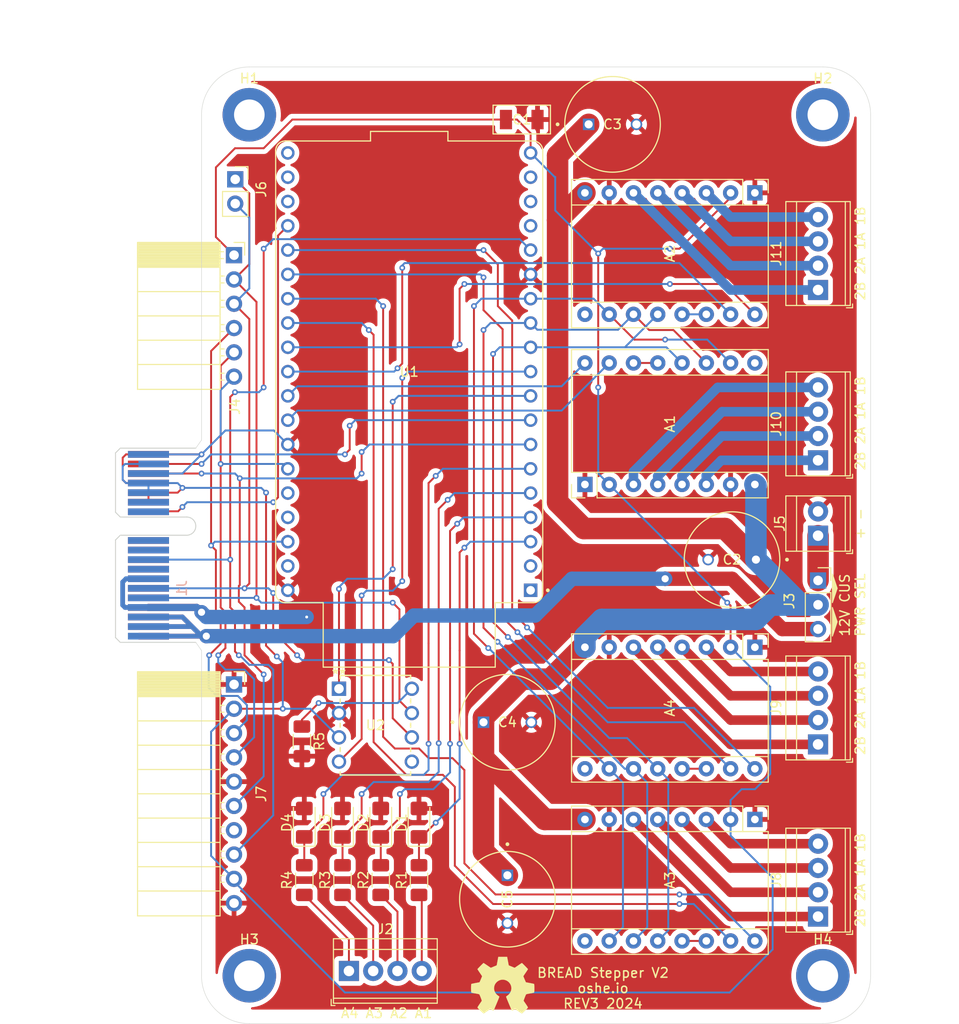
<source format=kicad_pcb>
(kicad_pcb (version 20241229) (generator "pcbnew") (generator_version "9.0")
  (layers (0 "F.Cu" signal) (2 "B.Cu" signal) (13 "F.Paste" user) (15 "B.Paste" user) (5 "F.SilkS" user "F.Silkscreen") (7 "B.SilkS" user "B.Silkscreen") (1 "F.Mask" user) (3 "B.Mask" user) (25 "Edge.Cuts" user))
  (net 0 "")
  (net 1 "/MS1")
  (net 2 "/A1_1B")
  (net 3 "GND")
  (net 4 "Net-(A1-~{RESET})")
  (net 5 "/ST_1")
  (net 6 "+5V")
  (net 7 "/DR_1")
  (net 8 "/A1_2A")
  (net 9 "/MS2")
  (net 11 "/M_POWER")
  (net 12 "/A1_2B")
  (net 13 "/A1_1A")
  (net 14 "/MS3")
  (net 15 "Net-(A2-~{RESET})")
  (net 17 "/A2_2B")
  (net 18 "/ST_2")
  (net 19 "/A2_1B")
  (net 20 "/DR_2")
  (net 21 "/A2_1A")
  (net 22 "/A2_2A")
  (net 24 "Net-(A3-~{RESET})")
  (net 25 "/ST_3")
  (net 26 "/A3_1A")
  (net 27 "/A3_1B")
  (net 28 "/A3_2B")
  (net 29 "/A3_2A")
  (net 30 "/DR_3")
  (net 31 "Net-(A4-~{RESET})")
  (net 32 "/DR_4")
  (net 33 "/A4_2A")
  (net 34 "/ST_4")
  (net 35 "/A4_2B")
  (net 36 "/A4_1B")
  (net 37 "/A4_1A")
  (net 39 "/AG_1")
  (net 40 "/AG_2")
  (net 41 "/AG_3")
  (net 42 "/AG_4")
  (net 43 "+12V")
  (net 46 "/SYNC")
  (net 49 "/Sl1Lt")
  (net 55 "/EstpCh1")
  (net 56 "/CANL")
  (net 57 "/EstpCh2")
  (net 61 "/CANH")
  (net 62 "/A_IN2")
  (net 63 "/A_IN1")
  (net 64 "/A_IN3")
  (net 65 "/A_IN4")
  (net 66 "Net-(J3-Pin_1)")
  (net 67 "/SCL")
  (net 68 "/SDA")
  (net 76 "Net-(U2-STBY)")
  (net 78 "/RX")
  (net 80 "/TX")
  (footprint "ESP32_DEVKITC_32E:MODULE_ESP32-DEVKITC-32E" (layer "F.Cu") (at 151.7275 81.87 180)
    (property "Reference" "U1")
    (property "Value" "ESP32-DEVKITC-32E")
  )
  (footprint "Resistor_SMD:R_1206_3216Metric_Pad1.30x1.75mm_HandSolder" (layer "F.Cu") (at 140.5 120.5 -90)
    (property "Reference" "R5")
    (property "Value" "1k")
  )
  (footprint "Connector_PinSocket_2.54mm:PinSocket_1x06_P2.54mm_Horizontal" (layer "F.Cu") (at 133.4 69.675)
    (property "Reference" "J4")
    (property "Value" "Conn_01x06_Socket")
  )
  (footprint "Module:Pololu_Breakout-16_15.2x20.3mm" (layer "F.Cu") (at 187.89 110.66 -90)
    (property "Reference" "A4")
    (property "Value" "Pololu_Breakout_A4988")
  )
  (footprint "EEU_FC1H101:CAPPRD500W60D1000H1250" (layer "F.Cu") (at 162 118.5)
    (property "Reference" "C4")
    (property "Value" "100uF")
  )
  (footprint "Symbol:OSHW-Symbol_6.7x6mm_SilkScreen" (layer "F.Cu") (at 161.5 146)
    (property "Reference" "Logo1" (hide yes))
    (property "Value" "Logo_Open_Hardware_Small" (hide yes))
  )
  (footprint "Resistor_SMD:R_1206_3216Metric_Pad1.30x1.75mm_HandSolder" (layer "F.Cu") (at 140.75 135 90)
    (property "Reference" "R4")
    (property "Value" "1k")
  )
  (footprint "MountingHole:MountingHole_3.2mm_M3_DIN965_Pad" (layer "F.Cu") (at 195 145)
    (property "Reference" "H4")
    (property "Value" "MountingHole")
  )
  (footprint "CC1206KKX5R8BB106:C1206" (layer "F.Cu") (at 163.5 55.5)
    (property "Reference" "C1")
    (property "Value" "10uF_t")
    (property "VALUE" "10uf" (hide yes))
  )
  (footprint "TerminalBlock_TE-Connectivity:TerminalBlock_TE_282834-4_1x04_P2.54mm_Horizontal" (layer "F.Cu") (at 194.5 91.12 90)
    (property "Reference" "J10")
    (property "Value" "Screw_Terminal_01x04" (hide yes))
  )
  (footprint "Diode_SMD:D_1206_3216Metric_Pad1.42x1.75mm_HandSolder" (layer "F.Cu") (at 140.75 129 90)
    (property "Reference" "D4")
    (property "Value" "5V")
  )
  (footprint "Diode_SMD:D_1206_3216Metric_Pad1.42x1.75mm_HandSolder" (layer "F.Cu") (at 152.75 129 90)
    (property "Reference" "D1")
    (property "Value" "5V")
  )
  (footprint "EEU_FC1H101:CAPPRD500W60D1000H1250" (layer "F.Cu") (at 173 56)
    (property "Reference" "C3")
    (property "Value" "100uF")
  )
  (footprint "TerminalBlock_TE-Connectivity:TerminalBlock_TE_282834-4_1x04_P2.54mm_Horizontal" (layer "F.Cu") (at 145.42 144.5)
    (property "Reference" "J2")
    (property "Value" "Screw_Terminal_01x04")
  )
  (footprint "Diode_SMD:D_1206_3216Metric_Pad1.42x1.75mm_HandSolder" (layer "F.Cu") (at 144.75 129 90)
    (property "Reference" "D3")
    (property "Value" "5V")
  )
  (footprint "Module:Pololu_Breakout-16_15.2x20.3mm" (layer "F.Cu") (at 187.89 128.66 -90)
    (property "Reference" "A3")
    (property "Value" "Pololu_Breakout_A4988")
  )
  (footprint "MCP2561FD_E_P:PDIP8_300MC_MCH" (layer "F.Cu") (at 144.38 115)
    (property "Reference" "U2")
    (property "Value" "MCP2561FD-E/P")
  )
  (footprint "Module:Pololu_Breakout-16_15.2x20.3mm" (layer "F.Cu") (at 170.11 93.645 90)
    (property "Reference" "A1")
    (property "Value" "Pololu_Breakout_A4988")
  )
  (footprint "TerminalBlock_TE-Connectivity:TerminalBlock_TE_282834-4_1x04_P2.54mm_Horizontal" (layer "F.Cu") (at 194.5 73.315 90)
    (property "Reference" "J11")
    (property "Value" "Screw_Terminal_01x04" (hide yes))
  )
  (footprint "Connector_PinSocket_2.54mm:PinSocket_1x10_P2.54mm_Horizontal" (layer "F.Cu") (at 133.4 114.55)
    (property "Reference" "J7")
    (property "Value" "Conn_01x10_Socket")
  )
  (footprint "MountingHole:MountingHole_3.2mm_M3_DIN965_Pad" (layer "F.Cu") (at 195 55)
    (property "Reference" "H2")
    (property "Value" "MountingHole")
  )
  (footprint "TerminalBlock_TE-Connectivity:TerminalBlock_TE_282834-4_1x04_P2.54mm_Horizontal" (layer "F.Cu") (at 194.5 138.815 90)
    (property "Reference" "J8")
    (property "Value" "Screw_Terminal_01x04" (hide yes))
  )
  (footprint "Connector_PinSocket_2.54mm:PinSocket_1x02_P2.54mm_Vertical" (layer "F.Cu") (at 133.525 61.75)
    (property "Reference" "J6")
    (property "Value" "Conn_01x02_Socket")
  )
  (footprint "Resistor_SMD:R_1206_3216Metric_Pad1.30x1.75mm_HandSolder" (layer "F.Cu") (at 144.75 135 90)
    (property "Reference" "R3")
    (property "Value" "1k")
  )
  (footprint "Diode_SMD:D_1206_3216Metric_Pad1.42x1.75mm_HandSolder" (layer "F.Cu") (at 148.75 129 90)
    (property "Reference" "D2")
    (property "Value" "5V")
  )
  (footprint "EEU_FC1H101:CAPPRD500W60D1000H1250" (layer "F.Cu") (at 162 137 -90)
    (property "Reference" "C5")
    (property "Value" "100uF")
  )
  (footprint "Resistor_SMD:R_1206_3216Metric_Pad1.30x1.75mm_HandSolder" (layer "F.Cu") (at 148.75 135 90)
    (property "Reference" "R2")
    (property "Value" "1k")
  )
  (footprint "Connector_PinSocket_2.54mm:PinSocket_1x03_P2.54mm_Vertical" (layer "F.Cu") (at 194.5 103.68)
    (property "Reference" "J3")
    (property "Value" "Conn_01x03_Male" (hide yes))
  )
  (footprint "TerminalBlock_TE-Connectivity:TerminalBlock_TE_282834-2_1x02_P2.54mm_Horizontal" (layer "F.Cu") (at 194.5 99 90)
    (property "Reference" "J5")
    (property "Value" "Screw_Terminal_01x02" (hide yes))
  )
  (footprint "EEU_FC1H101:CAPPRD500W60D1000H1250" (layer "F.Cu") (at 185.5 101.5 180)
    (property "Reference" "C2")
    (property "Value" "100uF")
  )
  (footprint "MountingHole:MountingHole_3.2mm_M3_DIN965_Pad" (layer "F.Cu") (at 135 145)
    (property "Reference" "H3")
    (property "Value" "MountingHole")
  )
  (footprint "MountingHole:MountingHole_3.2mm_M3_DIN965_Pad" (layer "F.Cu") (at 135 55)
    (property "Reference" "H1")
    (property "Value" "MountingHole")
  )
  (footprint "Module:Pololu_Breakout-16_15.2x20.3mm" (layer "F.Cu") (at 187.89 63.16 -90)
    (property "Reference" "A2")
    (property "Value" "Pololu_Breakout_A4988")
  )
  (footprint "TerminalBlock_TE-Connectivity:TerminalBlock_TE_282834-4_1x04_P2.54mm_Horizontal" (layer "F.Cu") (at 194.5 120.815 90)
    (property "Reference" "J9")
    (property "Value" "Screw_Terminal_01x04" (hide yes))
  )
  (footprint "Resistor_SMD:R_1206_3216Metric_Pad1.30x1.75mm_HandSolder" (layer "F.Cu") (at 152.75 135 90)
    (property "Reference" "R1")
    (property "Value" "1k")
  )
  (footprint "Connector_PCBEdge:BUS_PCIexpress_x1" (layer "B.Cu") (at 124.45 109.5 90)
    (property "Reference" "J1")
    (property "Value" "10018783-10200TLF")
    (fp_line (start 19.15 -3.45) (end 12.95 -3.45) (stroke (width 0.1)) (layer "Edge.Cuts"))
    (fp_line (start 19.15 -3.45) (end 19.65 -2.95) (stroke (width 0.1)) (layer "Edge.Cuts"))
    (fp_line (start 12.95 -3.45) (end 12.45 -2.95) (stroke (width 0.1)) (layer "Edge.Cuts"))
    (fp_line (start 10.05 -3.45) (end -0.15 -3.45) (stroke (width 0.1)) (layer "Edge.Cuts"))
    (fp_line (start 10.05 -3.45) (end 10.55 -2.95) (stroke (width 0.1)) (layer "Edge.Cuts"))
    (fp_line (start -0.15 -3.45) (end -0.65 -2.95) (stroke (width 0.1)) (layer "Edge.Cuts"))
    (fp_line (start 19.65 -2.95) (end 19.65 4.95) (stroke (width 0.1)) (layer "Edge.Cuts"))
    (fp_line (start 12.45 -2.95) (end 12.45 4) (stroke (width 0.1)) (layer "Edge.Cuts"))
    (fp_line (start 10.55 -2.95) (end 10.55 4) (stroke (width 0.1)) (layer "Edge.Cuts"))
    (fp_line (start -0.65 -2.95) (end -0.65 4.95) (stroke (width 0.1)) (layer "Edge.Cuts"))
    (fp_arc (start 12.45 4) (mid 11.5 4.95) (end 10.55 4) (stroke (width 0.1)) (layer "Edge.Cuts"))
  )
  (gr_poly (pts (xy 196 106.5) (xy 196 109.5) (xy 196.5 108)) (stroke (width 0.1)) (fill yes) (layer "F.SilkS"))
  (gr_poly (pts (xy 196 103) (xy 196 106) (xy 196.5 104.5)) (stroke (width 0.1)) (fill yes) (layer "F.SilkS"))
  (gr_arc (start 130 55) (mid 131.464466 51.464466) (end 135 50) (stroke (width 0.05)) (layer "Edge.Cuts"))
  (gr_line (start 195 150) (end 135 150) (stroke (width 0.05)) (layer "Edge.Cuts"))
  (gr_line (start 130 145) (end 130 111) (stroke (width 0.05)) (layer "Edge.Cuts"))
  (gr_arc (start 195 50) (mid 198.535534 51.464466) (end 200 55) (stroke (width 0.05)) (layer "Edge.Cuts"))
  (gr_line (start 195 50) (end 135 50) (stroke (width 0.05)) (layer "Edge.Cuts"))
  (gr_arc (start 135 150) (mid 131.464466 148.535534) (end 130 145) (stroke (width 0.05)) (layer "Edge.Cuts"))
  (gr_line (start 130 55) (end 130 89) (stroke (width 0.05)) (layer "Edge.Cuts"))
  (gr_line (start 129.4 110.15) (end 130 111) (stroke (width 0.05)) (layer "Edge.Cuts"))
  (gr_line (start 130 89) (end 129.4 89.85) (stroke (width 0.05)) (layer "Edge.Cuts"))
  (gr_line (start 200 145) (end 200 55) (stroke (width 0.05)) (layer "Edge.Cuts"))
  (gr_arc (start 200 145) (mid 198.535534 148.535534) (end 195 150) (stroke (width 0.05)) (layer "Edge.Cuts"))
  (gr_text "A4 A3 A2 A1" (at 144.5 149.5 0) (layer "F.SilkS") (effects (font (size 1 1)) (justify left bottom)))
  (gr_text "12V CUS\nPWR SEL" (at 199.5 106.25 90) (layer "F.SilkS") (effects (font (size 1 1)) (justify bottom)))
  (gr_text "2B 2A 1A 1B" (at 199.5 74.5 90) (layer "F.SilkS") (effects (font (size 1 1)) (justify left bottom)))
  (gr_text "+ -" (at 199.5 97.75 90) (layer "F.SilkS") (effects (font (size 1 1)) (justify bottom)))
  (gr_text "2B 2A 1A 1B" (at 199.5 92.25 90) (layer "F.SilkS") (effects (font (size 1 1)) (justify left bottom)))
  (gr_text "2B 2A 1A 1B" (at 199.5 140 90) (layer "F.SilkS") (effects (font (size 1 1)) (justify left bottom)))
  (gr_text "BREAD Stepper V2\noshe.io\nREV3 2024" (at 172 148.5 0) (layer "F.SilkS") (effects (font (size 1 1)) (justify bottom)))
  (gr_text "2B 2A 1A 1B" (at 199.5 122 90) (layer "F.SilkS") (effects (font (size 1 1)) (justify left bottom)))
  (segment (start 162.0525 109.5925) (end 160.5 108.04) (width 0.2) (layer "F.Cu") (net 1))
  (segment (start 160.5 108.04) (end 160.5 80) (width 0.2) (layer "F.Cu") (net 1))
  (via (at 160.5 80) (size 0.6) (drill 0.3) (layers "F.Cu" "B.Cu") (net 1))
  (via (at 162.0525 109.5925) (size 0.6) (drill 0.3) (layers "F.Cu" "B.Cu") (net 1))
  (segment (start 162.0925 109.5925) (end 172.651471 120.151471) (width 0.2) (layer "B.Cu") (net 1))
  (segment (start 172.651471 120.151471) (end 174.521471 120.151471) (width 0.2) (layer "B.Cu") (net 1))
  (segment (start 174.285 79.305) (end 177.73 75.86) (width 0.2) (layer "B.Cu") (net 1))
  (segment (start 174.521471 120.151471) (end 177.73 123.36) (width 0.2) (layer "B.Cu") (net 1))
  (segment (start 178.63 79.305) (end 180.27 80.945) (width 0.2) (layer "B.Cu") (net 1))
  (segment (start 162.0525 109.5925) (end 162.0925 109.5925) (width 0.2) (layer "B.Cu") (net 1))
  (segment (start 178.83 140.26) (end 177.73 141.36) (width 0.2) (layer "B.Cu") (net 1))
  (segment (start 177.73 123.36) (end 178.83 124.46) (width 0.2) (layer "B.Cu") (net 1))
  (segment (start 160.5 80) (end 161.195 79.305) (width 0.2) (layer "B.Cu") (net 1))
  (segment (start 164.4275 79.305) (end 174.285 79.305) (width 0.2) (layer "B.Cu") (net 1))
  (segment (start 174.285 79.305) (end 178.63 79.305) (width 0.2) (layer "B.Cu") (net 1))
  (segment (start 178.83 124.46) (end 178.83 140.26) (width 0.2) (layer "B.Cu") (net 1))
  (segment (start 161.195 79.305) (end 164.4275 79.305) (width 0.2) (layer "B.Cu") (net 1))
  (segment (start 175.19 92.31) (end 184 83.5) (width 1) (layer "B.Cu") (net 2))
  (segment (start 184 83.5) (end 194.5 83.5) (width 1) (layer "B.Cu") (net 2))
  (segment (start 175.19 93.645) (end 175.19 92.31) (width 1) (layer "B.Cu") (net 2))
  (segment (start 124.45 90.5) (end 130 90.5) (width 0.2) (layer "F.Cu") (net 3))
  (segment (start 122.1 93.5) (end 121.75 93.15) (width 0.2) (layer "F.Cu") (net 3))
  (segment (start 124.45 93.5) (end 122.1 93.5) (width 0.2) (layer "F.Cu") (net 3))
  (segment (start 130 107) (end 129.5 106.5) (width 0.75) (layer "F.Cu") (net 3))
  (segment (start 122.1 90.5) (end 124.45 90.5) (width 0.2) (layer "F.Cu") (net 3))
  (segment (start 121.75 93.15) (end 121.75 90.85) (width 0.2) (layer "F.Cu") (net 3))
  (segment (start 129.5 106.5) (end 124.45 106.5) (width 0.75) (layer "F.Cu") (net 3))
  (segment (start 121.75 90.85) (end 122.1 90.5) (width 0.2) (layer "F.Cu") (net 3))
  (via (at 141 107.5) (size 0.75) (drill 0.3) (layers "F.Cu" "B.Cu") (net 3))
  (via (at 130 107) (size 1.5) (drill 0.75) (layers "F.Cu" "B.Cu") (net 3))
  (via (at 130 90.5) (size 0.6) (drill 0.3) (layers "F.Cu" "B.Cu") (net 3))
  (segment (start 121.75 106.25) (end 122 106.5) (width 0.5) (layer "B.Cu") (net 3))
  (segment (start 124.45 92.5) (end 128 92.5) (width 0.2) (layer "B.Cu") (net 3))
  (segment (start 137.5625 88) (end 139.0275 89.465) (width 0.2) (layer "B.Cu") (net 3))
  (segment (start 124.45 90.5) (end 130 90.5) (width 0.2) (layer "B.Cu") (net 3))
  (segment (start 132 88.5) (end 132 83.775) (width 0.2) (layer "B.Cu") (net 3))
  (segment (start 132 83.775) (end 133.4 82.375) (width 0.2) (layer "B.Cu") (net 3))
  (segment (start 129.5 106.5) (end 124.45 106.5) (width 0.75) (layer "B.Cu") (net 3))
  (segment (start 124.45 103.5) (end 122.1 103.5) (width 0.5) (layer "B.Cu") (net 3))
  (segment (start 130 90.5) (end 132 88.5) (width 0.2) (layer "B.Cu") (net 3))
  (segment (start 130 107) (end 130.5 107.5) (width 1.5) (layer "B.Cu") (net 3))
  (segment (start 130 107) (end 129.5 106.5) (width 0.75) (layer "B.Cu") (net 3))
  (segment (start 128 92.5) (end 130 90.5) (width 0.2) (layer "B.Cu") (net 3))
  (segment (start 121.75 103.85) (end 121.75 106.25) (width 0.5) (layer "B.Cu") (net 3))
  (segment (start 130.5 107.5) (end 141 107.5) (width 1.5) (layer "B.Cu") (net 3))
  (segment (start 132 88.5) (end 132.5 88) (width 0.2) (layer "B.Cu") (net 3))
  (segment (start 122 106.5) (end 124.45 106.5) (width 0.5) (layer "B.Cu") (net 3))
  (segment (start 122.1 103.5) (end 121.75 103.85) (width 0.5) (layer "B.Cu") (net 3))
  (segment (start 132.5 88) (end 137.5625 88) (width 0.2) (layer "B.Cu") (net 3))
  (segment (start 175.19 80.945) (end 177.73 80.945) (width 0.2) (layer "F.Cu") (net 4))
  (segment (start 140.0315 85.921) (end 167.674 85.921) (width 0.2) (layer "B.Cu") (net 5))
  (segment (start 167.674 85.921) (end 172.65 80.945) (width 0.2) (layer "B.Cu") (net 5))
  (segment (start 139.0275 86.925) (end 140.0315 85.921) (width 0.2) (layer "B.Cu") (net 5))
  (segment (start 133.4 69.675) (end 131.5 67.775) (width 0.2) (layer "F.Cu") (net 6))
  (segment (start 128 94) (end 127.5 94.5) (width 0.2) (layer "F.Cu") (net 6))
  (segment (start 171.5 73) (end 171.5 70) (width 0.2) (layer "F.Cu") (net 6))
  (segment (start 179 69) (end 180 69) (width 0.2) (layer "F.Cu") (net 6))
  (segment (start 185.042685 106) (end 185.35 106.307315) (width 0.2) (layer "F.Cu") (net 6))
  (segment (start 133.5 58.5) (end 136.5 58.5) (width 0.2) (layer "F.Cu") (net 6))
  (segment (start 185 106) (end 185.042685 106) (width 0.2) (layer "F.Cu") (net 6))
  (segment (start 180 69) (end 185.35 63.65) (width 0.2) (layer "F.Cu") (net 6))
  (segment (start 171.5 73) (end 171.5 83.5) (width 0.2) (layer "F.Cu") (net 6))
  (segment (start 185.35 63.65) (end 185.35 63.16) (width 0.2) (layer "F.Cu") (net 6))
  (segment (start 124.45 94.5) (end 124.45 95.5) (width 0.2) (layer "F.Cu") (net 6))
  (segment (start 131.5 60.5) (end 133.5 58.5) (width 0.2) (layer "F.Cu") (net 6))
  (segment (start 131.5 67.775) (end 131.5 60.5) (width 0.2) (layer "F.Cu") (net 6))
  (segment (start 139.5 55.5) (end 162.349 55.5) (width 0.2) (layer "F.Cu") (net 6))
  (segment (start 164.4275 58.985) (end 163.985 58.985) (width 0.2) (layer "F.Cu") (net 6))
  (segment (start 171.5 70) (end 171.5 69.5) (width 0.2) (layer "F.Cu") (net 6))
  (segment (start 164.4275 56.9275) (end 164.4275 58.985) (width 0.2) (layer "F.Cu") (net 6))
  (segment (start 144.38 120.08) (end 144.38 119.88) (width 0.2) (layer "F.Cu") (net 6))
  (segment (start 163 55.5) (end 164.4275 56.9275) (width 0.2) (layer "F.Cu") (net 6))
  (segment (start 136.5 58.5) (end 139.5 55.5) (width 0.2) (layer "F.Cu") (net 6))
  (segment (start 162.349 55.5) (end 163 55.5) (width 0.2) (layer "F.Cu") (net 6))
  (segment (start 138.5 117.09) (end 133.4 117.09) (width 0.2) (layer "F.Cu") (net 6))
  (segment (start 185.35 106.307315) (end 185.35 110.66) (width 0.2) (layer "F.Cu") (net 6))
  (segment (start 136.75 110.5) (end 136.75 94.5) (width 0.2) (layer "F.Cu") (net 6))
  (segment (start 137.875 111.625) (end 136.75 110.5) (width 0.2) (layer "F.Cu") (net 6))
  (segment (start 127.5 94.5) (end 124.45 94.5) (width 0.2) (layer "F.Cu") (net 6))
  (via (at 128 94) (size 0.6) (drill 0.3) (layers "F.Cu" "B.Cu") (net 6))
  (via (at 179 69) (size 0.6) (drill 0.3) (layers "F.Cu" "B.Cu") (net 6))
  (via (at 185 106) (size 0.6) (drill 0.3) (layers "F.Cu" "B.Cu") (net 6))
  (via (at 136.75 94.5) (size 0.6) (drill 0.3) (layers "F.Cu" "B.Cu") (net 6))
  (via (at 171.5 69.5) (size 0.6) (drill 0.3) (layers "F.Cu" "B.Cu") (net 6))
  (via (at 138.5 117.09) (size 0.6) (drill 0.3) (layers "F.Cu" "B.Cu") (net 6))
  (via (at 137.875 111.625) (size 0.6) (drill 0.3) (layers "F.Cu" "B.Cu") (net 6))
  (via (at 171.5 83.5) (size 0.6) (drill 0.3) (layers "F.Cu" "B.Cu") (net 6))
  (segment (start 185.35 110.66) (end 189.5 114.81) (width 0.2) (layer "B.Cu") (net 6))
  (segment (start 166.9425 61.5) (end 164.4275 58.985) (width 0.2) (layer "B.Cu") (net 6))
  (segment (start 189.75 142.25) (end 185.25 146.75) (width 0.2) (layer "B.Cu") (net 6))
  (segment (start 185.35 128.66) (end 185.35 130.35) (width 0.2) (layer "B.Cu") (net 6))
  (segment (start 182.5 103.5) (end 182.5 103.495) (width 0.2) (layer "B.Cu") (net 6))
  (segment (start 133.4 135.15) (end 133.4 134.87) (width 0.2) (layer "B.Cu") (net 6))
  (segment (start 127.5 93.5) (end 128 94) (width 0.2) (layer "B.Cu") (net 6))
  (segment (start 121.75 93.15) (end 122.1 93.5) (width 0.2) (layer "B.Cu") (net 6))
  (segment (start 133.4 117.09) (end 131 119.49) (width 0.2) (layer "B.Cu") (net 6))
  (segment (start 121.75 91.75) (end 121.75 93.15) (width 0.2) (layer "B.Cu") (net 6))
  (segment (start 124.45 93.5) (end 127.5 93.5) (width 0.2) (layer "B.Cu") (net 6))
  (segment (start 186.5 125.5) (end 185.35 126.65) (width 0.2) (layer "B.Cu") (net 6))
  (segment (start 187.902817 125.5) (end 186.5 125.5) (width 0.2) (layer "B.Cu") (net 6))
  (segment (start 189.5 114.81) (end 189.5 123.902817) (width 0.2) (layer "B.Cu") (net 6))
  (segment (start 189.5 123.902817) (end 187.902817 125.5) (width 0.2) (layer "B.Cu") (net 6))
  (segment (start 185 106) (end 182.5 103.5) (width 0.2) (layer "B.Cu") (net 6))
  (segment (start 172 69) (end 179 69) (width 0.2) (layer "B.Cu") (net 6))
  (segment (start 145 146.75) (end 133.4 135.15) (width 0.2) (layer "B.Cu") (net 6))
  (segment (start 167 65) (end 167 61.5) (width 0.2) (layer "B.Cu") (net 6))
  (segment (start 185.35 126.65) (end 185.35 128.66) (width 0.2) (layer "B.Cu") (net 6))
  (segment (start 136.75 94.5) (end 136.25 94) (width 0.2) (layer "B.Cu") (net 6))
  (segment (start 124.45 93.5) (end 124.45 94.5) (width 0.2) (layer "B.Cu") (net 6))
  (segment (start 138.5 112.25) (end 138.5 117.09) (width 0.2) (layer "B.Cu") (net 6))
  (segment (start 171.5 69.5) (end 167 65) (width 0.2) (layer "B.Cu") (net 6))
  (segment (start 171.5 69.5) (end 172 69) (width 0.2) (layer "B.Cu") (net 6))
  (segment (start 131 119.49) (end 131 132.47) (width 0.2) (layer "B.Cu") (net 6))
  (segment (start 136.25 94) (end 128 94) (width 0.2) (layer "B.Cu") (net 6))
  (segment (start 185.35 130.35) (end 189.75 134.75) (width 0.2) (layer "B.Cu") (net 6))
  (segment (start 141.39 117.09) (end 144.38 120.08) (width 0.2) (layer "B.Cu") (net 6))
  (segment (start 189.75 134.75) (end 189.75 142.25) (width 0.2) (layer "B.Cu") (net 6))
  (segment (start 137.875 111.625) (end 138.5 112.25) (width 0.2) (layer "B.Cu") (net 6))
  (segment (start 122 91.5) (end 121.75 91.75) (width 0.2) (layer "B.Cu") (net 6))
  (segment (start 185.25 146.75) (end 145 146.75) (width 0.2) (layer "B.Cu") (net 6))
  (segment (start 182.5 103.495) (end 172.65 93.645) (width 0.2) (layer "B.Cu") (net 6))
  (segment (start 171.5 92.495) (end 171.5 83.5) (width 0.2) (layer "B.Cu") (net 6))
  (segment (start 131 132.47) (end 133.4 134.87) (width 0.2) (layer "B.Cu") (net 6))
  (segment (start 138.5 117.09) (end 141.39 117.09) (width 0.2) (layer "B.Cu") (net 6))
  (segment (start 172.65 93.645) (end 171.5 92.495) (width 0.2) (layer "B.Cu") (net 6))
  (segment (start 122.1 93.5) (end 124.45 93.5) (width 0.2) (layer "B.Cu") (net 6))
  (segment (start 167 61.5) (end 166.9425 61.5) (width 0.2) (layer "B.Cu") (net 6))
  (segment (start 125 91.5) (end 122 91.5) (width 0.2) (layer "B.Cu") (net 6))
  (segment (start 140.0315 83.381) (end 167.674 83.381) (width 0.2) (layer "B.Cu") (net 7))
  (segment (start 139.0275 84.385) (end 140.0315 83.381) (width 0.2) (layer "B.Cu") (net 7))
  (segment (start 167.674 83.381) (end 170.11 80.945) (width 0.2) (layer "B.Cu") (net 7))
  (segment (start 184.42 88.58) (end 194.5 88.58) (width 1) (layer "B.Cu") (net 8))
  (segment (start 180.27 92.73) (end 184.42 88.58) (width 1) (layer "B.Cu") (net 8))
  (segment (start 180.27 93.645) (end 180.27 92.73) (width 1) (layer "B.Cu") (net 8))
  (segment (start 160.9675 110.0925) (end 159.5 108.625) (width 0.2) (layer "F.Cu") (net 9))
  (segment (start 179.365 77.5) (end 182.81 80.945) (width 0.2) (layer "F.Cu") (net 9))
  (segment (start 176.83 77.5) (end 179.365 77.5) (width 0.2) (layer "F.Cu") (net 9))
  (segment (start 175.19 75.86) (end 176.83 77.5) (width 0.2) (layer "F.Cu") (net 9))
  (segment (start 159.5 108.625) (end 159.5 77.5) (width 0.2) (layer "F.Cu") (net 9))
  (via (at 159.5 77.5) (size 0.6) (drill 0.3) (layers "F.Cu" "B.Cu") (net 9))
  (via (at 160.9675 110.0925) (size 0.6) (drill 0.3) (layers "F.Cu" "B.Cu") (net 9))
  (segment (start 176.63 139.92) (end 175.19 141.36) (width 0.2) (layer "B.Cu") (net 9))
  (segment (start 174.275 123.36) (end 175.19 123.36) (width 0.2) (layer "B.Cu") (net 9))
  (segment (start 176.63 124.8) (end 176.63 139.92) (width 0.2) (layer "B.Cu") (net 9))
  (segment (start 161.0075 110.0925) (end 174.275 123.36) (width 0.2) (layer "B.Cu") (net 9))
  (segment (start 160.235 76.765) (end 164.4275 76.765) (width 0.2) (layer "B.Cu") (net 9))
  (segment (start 164.4275 76.765) (end 165.1315 77.469) (width 0.2) (layer "B.Cu") (net 9))
  (segment (start 160.9675 110.0925) (end 161.0075 110.0925) (width 0.2) (layer "B.Cu") (net 9))
  (segment (start 175.19 123.36) (end 176.63 124.8) (width 0.2) (layer "B.Cu") (net 9))
  (segment (start 159.5 77.5) (end 160.235 76.765) (width 0.2) (layer "B.Cu") (net 9))
  (segment (start 165.1315 77.469) (end 173.581 77.469) (width 0.2) (layer "B.Cu") (net 9))
  (segment (start 173.581 77.469) (end 175.19 75.86) (width 0.2) (layer "B.Cu") (net 9))
  (segment (start 170 98.25) (end 167.25 95.5) (width 2.25) (layer "F.Cu") (net 11))
  (segment (start 159.5 132) (end 162 134.5) (width 2.25) (layer "F.Cu") (net 11))
  (segment (start 159.5 122.25) (end 165.91 128.66) (width 2.25) (layer "F.Cu") (net 11))
  (segment (start 169.84 110.66) (end 166.5 114) (width 2.25) (layer "F.Cu") (net 11))
  (segment (start 159.5 118) (end 159.5 118.5) (width 2.25) (layer "F.Cu") (net 11))
  (segment (start 170 98.25) (end 184.75 98.25) (width 2.25) (layer "F.Cu") (net 11))
  (segment (start 165.91 128.66) (end 170.11 128.66) (width 2.25) (layer "F.Cu") (net 11))
  (segment (start 167.25 95.5) (end 167.25 66.02) (width 2.25) (layer "F.Cu") (net 11))
  (segment (start 167.25 66.02) (end 170.11 63.16) (width 2.25) (layer "F.Cu") (net 11))
  (segment (start 167.25 66.02) (end 167.25 59.25) (width 2.25) (layer "F.Cu") (net 11))
  (segment (start 188 101.5) (end 184.75 98.25) (width 2.25) (layer "F.Cu") (net 11))
  (segment (start 159.5 122.25) (end 159.5 118.5) (width 2.25) (layer "F.Cu") (net 11))
  (segment (start 167.25 59.25) (end 170.5 56) (width 2.25) (layer "F.Cu") (net 11))
  (segment (start 159.5 122.25) (end 159.5 132) (width 2.25) (layer "F.Cu") (net 11))
  (segment (start 170.11 110.66) (end 169.84 110.66) (width 2.25) (layer "F.Cu") (net 11))
  (segment (start 166.5 114) (end 163.5 114) (width 2.25) (layer "F.Cu") (net 11))
  (segment (start 163.5 114) (end 159.5 118) (width 2.25) (layer "F.Cu") (net 11))
  (segment (start 189.5 106.25) (end 188 107.75) (width 2.25) (layer "B.Cu") (net 11))
  (segment (start 194.5 106.22) (end 192.72 106.22) (width 2.25) (layer "B.Cu") (net 11))
  (segment (start 188 101.5) (end 188 93.755) (width 2.25) (layer "B.Cu") (net 11))
  (segment (start 171.88863 107.75) (end 170.11 109.52863) (width 2.25) (layer "B.Cu") (net 11))
  (segment (start 188 93.755) (end 187.89 93.645) (width 2.25) (layer "B.Cu") (net 11))
  (segment (start 170.11 109.52863) (end 170.11 110.66) (width 2.25) (layer "B.Cu") (net 11))
  (segment (start 194.5 106.22) (end 194.47 106.25) (width 2.25) (layer "B.Cu") (net 11))
  (segment (start 192.72 106.22) (end 188 101.5) (width 2.25) (layer "B.Cu") (net 11))
  (segment (start 194.47 106.25) (end 189.5 106.25) (width 2.25) (layer "B.Cu") (net 11))
  (segment (start 188 107.75) (end 171.88863 107.75) (width 2.25) (layer "B.Cu") (net 11))
  (segment (start 184.38 91.12) (end 194.5 91.12) (width 1) (layer "B.Cu") (net 12))
  (segment (start 182.81 92.69) (end 184.38 91.12) (width 1) (layer "B.Cu") (net 12))
  (segment (start 182.81 93.645) (end 182.81 92.69) (width 1) (layer "B.Cu") (net 12))
  (segment (start 177.73 93.645) (end 177.73 92.77) (width 1) (layer "B.Cu") (net 13))
  (segment (start 177.73 92.77) (end 184.46 86.04) (width 1) (layer "B.Cu") (net 13))
  (segment (start 184.46 86.04) (end 194.5 86.04) (width 1) (layer "B.Cu") (net 13))
  (segment (start 158.5 109.25) (end 158.5 75) (width 0.2) (layer "F.Cu") (net 14))
  (segment (start 172.65 75.86) (end 175.29 78.5) (width 0.2) (layer "F.Cu") (net 14))
  (segment (start 160 110.75) (end 158.5 109.25) (width 0.2) (layer "F.Cu") (net 14))
  (segment (start 175.29 78.5) (end 178.5 78.5) (width 0.2) (layer "F.Cu") (net 14))
  (via (at 160 110.75) (size 0.6) (drill 0.3) (layers "F.Cu" "B.Cu") (net 14))
  (via (at 178.5 78.5) (size 0.6) (drill 0.3) (layers "F.Cu" "B.Cu") (net 14))
  (via (at 158.5 75) (size 0.6) (drill 0.3) (layers "F.Cu" "B.Cu") (net 14))
  (segment (start 174.09 139.92) (end 172.65 141.36) (width 0.2) (layer "B.Cu") (net 14))
  (segment (start 160.04 110.75) (end 160 110.75) (width 0.2) (layer "B.Cu") (net 14))
  (segment (start 172.65 123.36) (end 160.04 110.75) (width 0.2) (layer "B.Cu") (net 14))
  (segment (start 159.275 74.225) (end 164.4275 74.225) (width 0.2) (layer "B.Cu") (net 14))
  (segment (start 178.5 78.5) (end 182.905 78.5) (width 0.2) (layer "B.Cu") (net 14))
  (segment (start 172.65 123.36) (end 174.09 124.8) (width 0.2) (layer "B.Cu") (net 14))
  (segment (start 158.5 75) (end 159.275 74.225) (width 0.2) (layer "B.Cu") (net 14))
  (segment (start 164.4275 74.225) (end 171.015 74.225) (width 0.2) (layer "B.Cu") (net 14))
  (segment (start 182.905 78.5) (end 185.35 80.945) (width 0.2) (layer "B.Cu") (net 14))
  (segment (start 174.09 124.8) (end 174.09 139.92) (width 0.2) (layer "B.Cu") (net 14))
  (segment (start 171.015 74.225) (end 172.65 75.86) (width 0.2) (layer "B.Cu") (net 14))
  (segment (start 180.27 75.86) (end 182.81 75.86) (width 0.2) (layer "B.Cu") (net 15))
  (segment (start 185.345 73.315) (end 194.5 73.315) (width 1) (layer "B.Cu") (net 17))
  (segment (start 175.19 63.16) (end 185.345 73.315) (width 1) (layer "B.Cu") (net 17))
  (segment (start 151 81) (end 150.5 81.5) (width 0.2) (layer "F.Cu") (net 18))
  (segment (start 151 71) (end 151 81) (width 0.2) (layer "F.Cu") (net 18))
  (via (at 151 71) (size 0.6) (drill 0.3) (layers "F.Cu" "B.Cu") (net 18))
  (via (at 150.5 81.5) (size 0.6) (drill 0.3) (layers "F.Cu" "B.Cu") (net 18))
  (segment (start 179.99 70.5) (end 185.35 75.86) (width 0.2) (layer "B.Cu") (net 18))
  (segment (start 151.25 70.5) (end 179.99 70.5) (width 0.2) (layer "B.Cu") (net 18))
  (segment (start 150.5 81.5) (end 150.155 81.845) (width 0.2) (layer "B.Cu") (net 18))
  (segment (start 151 71) (end 151 70.75) (width 0.2) (layer "B.Cu") (net 18))
  (segment (start 150.155 81.845) (end 139.0275 81.845) (width 0.2) (layer "B.Cu") (net 18))
  (segment (start 151 70.75) (end 151.25 70.5) (width 0.2) (layer "B.Cu") (net 18))
  (segment (start 185.345 65.695) (end 194.5 65.695) (width 1) (layer "B.Cu") (net 19))
  (segment (start 182.81 63.16) (end 185.345 65.695) (width 1) (layer "B.Cu") (net 19))
  (segment (start 179 72.689) (end 184.719 72.689) (width 0.2) (layer "F.Cu") (net 20))
  (segment (start 184.719 72.689) (end 187.89 75.86) (width 0.2) (layer "F.Cu") (net 20))
  (segment (start 157 73.189) (end 157.5 72.689) (width 0.2) (layer "F.Cu") (net 20))
  (segment (start 157 79) (end 157 73.189) (width 0.2) (layer "F.Cu") (net 20))
  (via (at 179 72.689) (size 0.6) (drill 0.3) (layers "F.Cu" "B.Cu") (net 20))
  (via (at 157 79) (size 0.6) (drill 0.3) (layers "F.Cu" "B.Cu") (net 20))
  (via (at 157.5 72.689) (size 0.6) (drill 0.3) (layers "F.Cu" "B.Cu") (net 20))
  (segment (start 157.5 72.689) (end 179 72.689) (width 0.2) (layer "B.Cu") (net 20))
  (segment (start 156.695 79.305) (end 157 79) (width 0.2) (layer "B.Cu") (net 20))
  (segment (start 152.195 79.305) (end 139.0275 79.305) (width 0.2) (layer "B.Cu") (net 20))
  (segment (start 179 72.689) (end 179.189 72.689) (width 0.2) (layer "B.Cu") (net 20))
  (segment (start 152.195 79.305) (end 156.695 79.305) (width 0.2) (layer "B.Cu") (net 20))
  (segment (start 180.27 63.16) (end 185.345 68.235) (width 1) (layer "B.Cu") (net 21))
  (segment (start 185.345 68.235) (end 194.5 68.235) (width 1) (layer "B.Cu") (net 21))
  (segment (start 177.73 63.16) (end 185.345 70.775) (width 1) (layer "B.Cu") (net 22))
  (segment (start 185.345 70.775) (end 194.5 70.775) (width 1) (layer "B.Cu") (net 22))
  (segment (start 182.81 141.36) (end 180.27 141.36) (width 0.2) (layer "F.Cu") (net 24))
  (segment (start 156.5 133.5) (end 160.5 137.5) (width 0.2) (layer "F.Cu") (net 25))
  (segment (start 156.5 125.25) (end 156.5 133.5) (width 0.2) (layer "F.Cu") (net 25))
  (segment (start 147.5 77.5) (end 148 78) (width 0.2) (layer "F.Cu") (net 25))
  (segment (start 151.424264 124) (end 155.25 124) (width 0.2) (layer "F.Cu") (net 25))
  (segment (start 155.25 124) (end 156.5 125.25) (width 0.2) (layer "F.Cu") (net 25))
  (segment (start 148 120.575736) (end 151.424264 124) (width 0.2) (layer "F.Cu") (net 25))
  (segment (start 148 78) (end 148 120.575736) (width 0.2) (layer "F.Cu") (net 25))
  (segment (start 160.5 137.5) (end 180 137.5) (width 0.2) (layer "F.Cu") (net 25))
  (via (at 147.5 77.5) (size 0.6) (drill 0.3) (layers "F.Cu" "B.Cu") (net 25))
  (via (at 180 137.5) (size 0.6) (drill 0.3) (layers "F.Cu" "B.Cu") (net 25))
  (segment (start 139.0275 76.765) (end 146.765 76.765) (width 0.2) (layer "B.Cu") (net 25))
  (segment (start 181.49 137.5) (end 185.35 141.36) (width 0.2) (layer "B.Cu") (net 25))
  (segment (start 180 137.5) (end 181.49 137.5) (width 0.2) (layer "B.Cu") (net 25))
  (segment (start 146.765 76.765) (end 147.5 77.5) (width 0.2) (layer "B.Cu") (net 25))
  (segment (start 180.27 128.66) (end 185.345 133.735) (width 1) (layer "F.Cu") (net 26))
  (segment (start 185.345 133.735) (end 194.5 133.735) (width 1) (layer "F.Cu") (net 26))
  (segment (start 185.345 131.195) (end 194.5 131.195) (width 1) (layer "F.Cu") (net 27))
  (segment (start 182.81 128.66) (end 185.345 131.195) (width 1) (layer "F.Cu") (net 27))
  (segment (start 185.345 138.815) (end 194.5 138.815) (width 1) (layer "F.Cu") (net 28))
  (segment (start 175.19 128.66) (end 185.345 138.815) (width 1) (layer "F.Cu") (net 28))
  (segment (start 185.345 136.275) (end 194.5 136.275) (width 1) (layer "F.Cu") (net 29))
  (segment (start 177.73 128.66) (end 185.345 136.275) (width 1) (layer "F.Cu") (net 29))
  (segment (start 149 75) (end 149 120.023935) (width 0.2) (layer "F.Cu") (net 30))
  (segment (start 157.5 133.25) (end 160.75 136.5) (width 0.2) (layer "F.Cu") (net 30))
  (segment (start 160.75 136.5) (end 180 136.5) (width 0.2) (layer "F.Cu") (net 30))
  (segment (start 156.25 122.25) (end 157.5 123.5) (width 0.2) (layer "F.Cu") (net 30))
  (segment (start 150.226065 121.25) (end 152.7586 121.25) (width 0.2) (layer "F.Cu") (net 30))
  (segment (start 149 120.023935) (end 150.226065 121.25) (width 0.2) (layer "F.Cu") (net 30))
  (segment (start 153.7586 122.25) (end 156.25 122.25) (width 0.2) (layer "F.Cu") (net 30))
  (segment (start 157.5 123.5) (end 157.5 133.25) (width 0.2) (layer "F.Cu") (net 30))
  (segment (start 152.7586 121.25) (end 153.7586 122.25) (width 0.2) (layer "F.Cu") (net 30))
  (via (at 149 75) (size 0.6) (drill 0.3) (layers "F.Cu" "B.Cu") (net 30))
  (via (at 180 136.5) (size 0.6) (drill 0.3) (layers "F.Cu" "B.Cu") (net 30))
  (segment (start 148.225 74.225) (end 149 75) (width 0.2) (layer "B.Cu") (net 30))
  (segment (start 183.03 136.5) (end 187.89 141.36) (width 0.2) (layer "B.Cu") (net 30))
  (segment (start 180 136.5) (end 183.03 136.5) (width 0.2) (layer "B.Cu") (net 30))
  (segment (start 139.0275 74.225) (end 148.225 74.225) (width 0.2) (layer "B.Cu") (net 30))
  (segment (start 180.27 123.36) (end 182.81 123.36) (width 0.2) (layer "F.Cu") (net 31))
  (segment (start 159.5 69.145) (end 161 70.645) (width 0.2) (layer "F.Cu") (net 32))
  (segment (start 164.0525 108.5525) (end 164.0525 108.5925) (width 0.2) (layer "F.Cu") (net 32))
  (segment (start 161 70.645) (end 161 75) (width 0.2) (layer "F.Cu") (net 32))
  (segment (start 162.5 107) (end 164.0525 108.5525) (width 0.2) (layer "F.Cu") (net 32))
  (segment (start 161 75) (end 162.5 76.5) (width 0.2) (layer "F.Cu") (net 32))
  (segment (start 162.5 76.5) (end 162.5 107) (width 0.2) (layer "F.Cu") (net 32))
  (via (at 159.5 69.145) (size 0.6) (drill 0.3) (layers "F.Cu" "B.Cu") (net 32))
  (via (at 164.0525 108.5925) (size 0.6) (drill 0.3) (layers "F.Cu" "B.Cu") (net 32))
  (segment (start 172.5 117) (end 181.53 117) (width 0.2) (layer "B.Cu") (net 32))
  (segment (start 164.0925 108.5925) (end 172.5 117) (width 0.2) (layer "B.Cu") (net 32))
  (segment (start 164.0525 108.5925) (end 164.0925 108.5925) (width 0.2) (layer "B.Cu") (net 32))
  (segment (start 159.5 69.145) (end 139.0275 69.145) (width 0.2) (layer "B.Cu") (net 32))
  (segment (start 181.53 117) (end 187.89 123.36) (width 0.2) (layer "B.Cu") (net 32))
  (segment (start 185.345 118.275) (end 194.5 118.275) (width 1) (layer "F.Cu") (net 33))
  (segment (start 177.73 110.66) (end 185.345 118.275) (width 1) (layer "F.Cu") (net 33))
  (segment (start 161.5 77.42125) (end 161.5 107.54) (width 0.2) (layer "F.Cu") (net 34))
  (segment (start 159.5 75.42125) (end 161.5 77.42125) (width 0.2) (layer "F.Cu") (net 34))
  (segment (start 159.5 72) (end 159.5 75.42125) (width 0.2) (layer "F.Cu") (net 34))
  (segment (start 161.5 107.54) (end 163.0525 109.0925) (width 0.2) (layer "F.Cu") (net 34))
  (via (at 159.5 72) (size 0.6) (drill 0.3) (layers "F.Cu" "B.Cu") (net 34))
  (via (at 163.0525 109.0925) (size 0.6) (drill 0.3) (layers "F.Cu" "B.Cu") (net 34))
  (segment (start 172.5 118.5) (end 180.49 118.5) (width 0.2) (layer "B.Cu") (net 34))
  (segment (start 159.185 71.685) (end 139.0275 71.685) (width 0.2) (layer "B.Cu") (net 34))
  (segment (start 163.0925 109.0925) (end 172.5 118.5) (width 0.2) (layer "B.Cu") (net 34))
  (segment (start 163.0525 109.0925) (end 163.0925 109.0925) (width 0.2) (layer "B.Cu") (net 34))
  (segment (start 180.49 118.5) (end 185.35 123.36) (width 0.2) (layer "B.Cu") (net 34))
  (segment (start 159.5 72) (end 159.185 71.685) (width 0.2) (layer "B.Cu") (net 34))
  (segment (start 185.345 120.815) (end 194.5 120.815) (width 1) (layer "F.Cu") (net 35))
  (segment (start 175.19 110.66) (end 185.345 120.815) (width 1) (layer "F.Cu") (net 35))
  (segment (start 182.81 110.66) (end 185.345 113.195) (width 1) (layer "F.Cu") (net 36))
  (segment (start 185.345 113.195) (end 194.5 113.195) (width 1) (layer "F.Cu") (net 36))
  (segment (start 180.27 110.66) (end 185.345 115.735) (width 1) (layer "F.Cu") (net 37))
  (segment (start 185.345 115.735) (end 194.5 115.735) (width 1) (layer "F.Cu") (net 37))
  (segment (start 157 120.5) (end 157 120.75) (width 0.2) (layer "F.Cu") (net 39))
  (segment (start 157 111) (end 157 120.5) (width 0.2) (layer "F.Cu") (net 39))
  (segment (start 152.75 133.45) (end 152.75 130.4875) (width 0.2) (layer "F.Cu") (net 39))
  (segment (start 153.0125 130.4875) (end 152.75 130.4875) (width 0.2) (layer "F.Cu") (net 39))
  (segment (start 157.5 100.25) (end 157 100.75) (width 0.2) (layer "F.Cu") (net 39))
  (segment (start 154.5 129) (end 153.0125 130.4875) (width 0.2) (layer "F.Cu") (net 39))
  (segment (start 157 100.75) (end 157 111) (width 0.2) (layer "F.Cu") (net 39))
  (via (at 157.5 100.25) (size 0.6) (drill 0.3) (layers "F.Cu" "B.Cu") (net 39))
  (via (at 157 120.75) (size 0.6) (drill 0.3) (layers "F.Cu" "B.Cu") (net 39))
  (via (at 154.5 129) (size 0.6) (drill 0.3) (layers "F.Cu" "B.Cu") (net 39))
  (segment (start 164.4275 99.625) (end 158.125 99.625) (width 0.2) (layer "B.Cu") (net 39))
  (segment (start 157 126.5) (end 154.5 129) (width 0.2) (layer "B.Cu") (net 39))
  (segment (start 157 120.75) (end 157 126.5) (width 0.2) (layer "B.Cu") (net 39))
  (segment (start 158.125 99.625) (end 157.5 100.25) (width 0.2) (layer "B.Cu") (net 39))
  (segment (start 156.75 97.75) (end 156 98.5) (width 0.2) (layer "F.Cu") (net 40))
  (segment (start 148.75 130.4875) (end 150.75 128.4875) (width 0.2) (layer "F.Cu") (net 40))
  (segment (start 156 98.5) (end 156 110.75) (width 0.2) (layer "F.Cu") (net 40))
  (segment (start 150.75 128.4875) (end 150.75 126) (width 0.2) (layer "F.Cu") (net 40))
  (segment (start 156 110.75) (end 156 120.75) (width 0.2) (layer "F.Cu") (net 40))
  (segment (start 148.75 133.45) (end 148.75 130.4875) (width 0.2) (layer "F.Cu") (net 40))
  (via (at 150.75 126) (size 0.6) (drill 0.3) (layers "F.Cu" "B.Cu") (net 40))
  (via (at 156.75 97.75) (size 0.6) (drill 0.3) (layers "F.Cu" "B.Cu") (net 40))
  (via (at 156 120.75) (size 0.6) (drill 0.3) (layers "F.Cu" "B.Cu") (net 40))
  (segment (start 151.25 125.5) (end 154.25 125.5) (width 0.2) (layer "B.Cu") (net 40))
  (segment (start 150.75 126) (end 151.25 125.5) (width 0.2) (layer "B.Cu") (net 40))
  (segment (start 157.415 97.085) (end 156.75 97.75) (width 0.2) (layer "B.Cu") (net 40))
  (segment (start 164.4275 97.085) (end 157.415 97.085) (width 0.2) (layer "B.Cu") (net 40))
  (segment (start 154.25 125.5) (end 156 123.75) (width 0.2) (layer "B.Cu") (net 40))
  (segment (start 156 123.75) (end 156 120.75) (width 0.2) (layer "B.Cu") (net 40))
  (segment (start 155.75 95.25) (end 154.810122 96.189878) (width 0.2) (layer "F.Cu") (net 41))
  (segment (start 144.75 133.45) (end 144.75 130.4875) (width 0.2) (layer "F.Cu") (net 41))
  (segment (start 154.810122 96.189878) (end 154.810122 120.689878) (width 0.2) (layer "F.Cu") (net 41))
  (segment (start 146.75 128.4875) (end 146.75 126) (width 0.2) (layer "F.Cu") (net 41))
  (segment (start 144.75 130.4875) (end 146.75 128.4875) (width 0.2) (layer "F.Cu") (net 41))
  (via (at 146.75 126) (size 0.6) (drill 0.3) (layers "F.Cu" "B.Cu") (net 41))
  (via (at 155.75 95.25) (size 0.6) (drill 0.3) (layers "F.Cu" "B.Cu") (net 41))
  (via (at 154.810122 120.689878) (size 0.6) (drill 0.3) (layers "F.Cu" "B.Cu") (net 41))
  (segment (start 164.4275 94.545) (end 156.455 94.545) (width 0.2) (layer "B.Cu") (net 41))
  (segment (start 154.810122 123.689878) (end 153.75 124.75) (width 0.2) (layer "B.Cu") (net 41))
  (segment (start 156.455 94.545) (end 155.75 95.25) (width 0.2) (layer "B.Cu") (net 41))
  (segment (start 164.3825 94.5) (end 164.4275 94.545) (width 0.2) (layer "B.Cu") (net 41))
  (segment (start 153.75 124.75) (end 148 124.75) (width 0.2) (layer "B.Cu") (net 41))
  (segment (start 154.810122 120.689878) (end 154.810122 123.689878) (width 0.2) (layer "B.Cu") (net 41))
  (segment (start 148 124.75) (end 146.75 126) (width 0.2) (layer "B.Cu") (net 41))
  (segment (start 142.75 128.4875) (end 142.75 126) (width 0.2) (layer "F.Cu") (net 42))
  (segment (start 153.75 110.25) (end 153.75 120.75) (width 0.2) (layer "F.Cu") (net 42))
  (segment (start 140.75 133.45) (end 140.75 130.4875) (width 0.2) (layer "F.Cu") (net 42))
  (segment (start 140.75 130.4875) (end 142.75 128.4875) (width 0.2) (layer "F.Cu") (net 42))
  (segment (start 153.75 93.5) (end 153.75 110.25) (width 0.2) (layer "F.Cu") (net 42))
  (segment (start 154.5 92.75) (end 153.75 93.5) (width 0.2) (layer "F.Cu") (net 42))
  (via (at 153.75 120.75) (size 0.6) (drill 0.3) (layers "F.Cu" "B.Cu") (net 42))
  (via (at 154.5 92.75) (size 0.6) (drill 0.3) (layers "F.Cu" "B.Cu") (net 42))
  (via (at 142.75 126) (size 0.6) (drill 0.3) (layers "F.Cu" "B.Cu") (net 42))
  (segment (start 153.75 123.5) (end 153.75 120.75) (width 0.2) (layer "B.Cu") (net 42))
  (segment (start 142.75 126) (end 144.75 124) (width 0.2) (layer "B.Cu") (net 42))
  (segment (start 154.5 92.75) (end 155.245 92.005) (width 0.2) (layer "B.Cu") (net 42))
  (segment (start 155.245 92.005) (end 164.4275 92.005) (width 0.2) (layer "B.Cu") (net 42))
  (segment (start 144.75 124) (end 153.25 124) (width 0.2) (layer "B.Cu") (net 42))
  (segment (start 153.25 124) (end 153.75 123.5) (width 0.2) (layer "B.Cu") (net 42))
  (segment (start 185.503 103.503) (end 190.76 108.76) (width 1.5) (layer "F.Cu") (net 43))
  (segment (start 128 107.5) (end 124.45 107.5) (width 0.5) (layer "F.Cu") (net 43))
  (segment (start 130.5 109.5) (end 130.499 109.499) (width 0.5) (layer "F.Cu") (net 43))
  (segment (start 130.5 109.5) (end 125 109.5) (width 0.5) (layer "F.Cu") (net 43))
  (segment (start 129.999 109.499) (end 129 108.5) (width 0.5) (layer "F.Cu") (net 43))
  (segment (start 178.503 103.503) (end 185.503 103.503) (width 1.5) (layer "F.Cu") (net 43))
  (segment (start 129.999 109.499) (end 128 107.5) (width 0.5) (layer "F.Cu") (net 43))
  (segment (start 130.499 109.499) (end 129.999 109.499) (width 0.5) (layer "F.Cu") (net 43))
  (segment (start 178.5 103.5) (end 178.503 103.503) (width 1.5) (layer "F.Cu") (net 43))
  (segment (start 190.76 108.76) (end 194.5 108.76) (width 1.5) (layer "F.Cu") (net 43))
  (segment (start 129 108.5) (end 124.45 108.5) (width 0.5) (layer "F.Cu") (net 43))
  (via (at 178.5 103.5) (size 1.5) (drill 0.75) (layers "F.Cu" "B.Cu") (net 43))
  (via (at 130.5 109.5) (size 1.5) (drill 0.75) (layers "F.Cu" "B.Cu") (net 43))
  (segment (start 130.5 109.5) (end 130.499 109.499) (width 0.5) (layer "B.Cu") (net 43))
  (segment (start 130.501 109.499) (end 150.051 109.499) (width 1.5) (layer "B.Cu") (net 43))
  (segment (start 129 108.5) (end 124.45 108.5) (width 0.5) (layer "B.Cu") (net 43))
  (segment (start 164.9085 107.3415) (end 168.75 103.5) (width 1.5) (layer "B.Cu") (net 43))
  (segment (start 152.2085 107.3415) (end 164.9085 107.3415) (width 1.5) (layer "B.Cu") (net 43))
  (segment (start 128 107.5) (end 124.45 107.5) (width 0.5) (layer "B.Cu") (net 43))
  (segment (start 130.5 109.5) (end 124.45 109.5) (width 0.5) (layer "B.Cu") (net 43))
  (segment (start 168.75 103.5) (end 178.5 103.5) (width 1.5) (layer "B.Cu") (net 43))
  (segment (start 129.999 109.499) (end 128 107.5) (width 0.5) (layer "B.Cu") (net 43))
  (segment (start 150.051 109.499) (end 152.2085 107.3415) (width 1.5) (layer "B.Cu") (net 43))
  (segment (start 130.499 109.499) (end 129.999 109.499) (width 0.5) (layer "B.Cu") (net 43))
  (segment (start 129.999 109.499) (end 129 108.5) (width 0.5) (layer "B.Cu") (net 43))
  (segment (start 130.5 109.5) (end 130.501 109.499) (width 0.75) (layer "B.Cu") (net 43))
  (segment (start 133.5 107) (end 133 106.5) (width 0.2) (layer "F.Cu") (net 46))
  (segment (start 133 84.5) (end 133 101.5) (width 0.2) (layer "F.Cu") (net 46))
  (segment (start 136.5 69) (end 136.5 83.5) (width 0.2) (layer "F.Cu") (net 46))
  (segment (start 133.5 111.1) (end 133.5 107) (width 0.2) (layer "F.Cu") (net 46))
  (segment (start 133.5 84) (end 133 84.5) (width 0.2) (layer "F.Cu") (net 46))
  (segment (start 133 106.5) (end 133 101.5) (width 0.2) (layer "F.Cu") (net 46))
  (segment (start 133.9 111.5) (end 133.5 111.1) (width 0.2) (layer "F.Cu") (net 46))
  (via (at 136.5 69) (size 0.6) (drill 0.3) (layers "F.Cu" "B.Cu") (net 46))
  (via (at 133.5 84) (size 0.6) (drill 0.3) (layers "F.Cu" "B.Cu") (net 46))
  (via (at 133.9 111.5) (size 0.6) (drill 0.3) (layers "F.Cu" "B.Cu") (net 46))
  (via (at 136.5 83.5) (size 0.6) (drill 0.3) (layers "F.Cu" "B.Cu") (net 46))
  (via (at 133 101.5) (size 0.6) (drill 0.3) (layers "F.Cu" "B.Cu") (net 46))
  (segment (start 137 112.5) (end 137.5 113) (width 0.2) (layer "B.Cu") (net 46))
  (segment (start 137.5 68) (end 163.2825 68) (width 0.2) (layer "B.Cu") (net 46))
  (segment (start 134 111.5) (end 135 112.5) (width 0.2) (layer "B.Cu") (net 46))
  (segment (start 133 101.5) (end 124.45 101.5) (width 0.2) (layer "B.Cu") (net 46))
  (segment (start 136 84) (end 133.5 84) (width 0.2) (layer "B.Cu") (net 46))
  (segment (start 133.9 111.5) (end 134 111.5) (width 0.2) (layer "B.Cu") (net 46))
  (segment (start 136.5 69) (end 137.5 68) (width 0.2) (layer "B.Cu") (net 46))
  (segment (start 136.5 83.5) (end 136 84) (width 0.2) (layer "B.Cu") (net 46))
  (segment (start 137.5 113) (end 137.5 128.23) (width 0.2) (layer "B.Cu") (net 46))
  (segment (start 137.5 128.23) (end 133.4 132.33) (width 0.2) (layer "B.Cu") (net 46))
  (segment (start 163.2825 68) (end 164.4275 69.145) (width 0.2) (layer "B.Cu") (net 46))
  (segment (start 135 112.5) (end 137 112.5) (width 0.2) (layer "B.Cu") (net 46))
  (segment (start 127.55 96.45) (end 124.5 96.45) (width 0.2) (layer "F.Cu") (net 49))
  (segment (start 138 67.6325) (end 139.0275 66.605) (width 0.2) (layer "F.Cu") (net 49))
  (segment (start 128 96) (end 127.55 96.45) (width 0.2) (layer "F.Cu") (net 49))
  (segment (start 138 95) (end 138 67.6325) (width 0.2) (layer "F.Cu") (net 49))
  (segment (start 137.5 95.5) (end 138 95) (width 0.2) (layer "F.Cu") (net 49))
  (via (at 128 96) (size 0.6) (drill 0.3) (layers "F.Cu" "B.Cu") (net 49))
  (via (at 137.5 95.5) (size 0.6) (drill 0.3) (layers "F.Cu" "B.Cu") (net 49))
  (segment (start 128.5 95.5) (end 137.5 95.5) (width 0.2) (layer "B.Cu") (net 49))
  (segment (start 128 96) (end 128.5 95.5) (width 0.2) (layer "B.Cu") (net 49))
  (segment (start 134 104.151471) (end 134 93) (width 0.2) (layer "F.Cu") (net 55))
  (segment (start 134.5 111.5) (end 134.5 106.5) (width 0.2) (layer "F.Cu") (net 55))
  (segment (start 136.5 113.5) (end 134.5 111.5) (width 0.2) (layer "F.Cu") (net 55))
  (segment (start 130 92.5) (end 124.45 92.5) (width 0.2) (layer "F.Cu") (net 55))
  (segment (start 133.9 104.251471) (end 134 104.151471) (width 0.2) (layer "F.Cu") (net 55))
  (segment (start 133.9 105.9) (end 133.9 104.251471) (width 0.2) (layer "F.Cu") (net 55))
  (segment (start 134.5 106.5) (end 133.9 105.9) (width 0.2) (layer "F.Cu") (net 55))
  (segment (start 146.75 90.25) (end 146.75 92.5) (width 0.2) (layer "F.Cu") (net 55))
  (via (at 136.5 113.5) (size 0.6) (drill 0.3) (layers "F.Cu" "B.Cu") (net 55))
  (via (at 130 92.5) (size 0.6) (drill 0.3) (layers "F.Cu" "B.Cu") (net 55))
  (via (at 146.75 92.5) (size 0.6) (drill 0.3) (layers "F.Cu" "B.Cu") (net 55))
  (via (at 134 93) (size 0.6) (drill 0.3) (layers "F.Cu" "B.Cu") (net 55))
  (via (at 146.75 90.25) (size 0.6) (drill 0.3) (layers "F.Cu" "B.Cu") (net 55))
  (segment (start 134.01 93.01) (end 146.24 93.01) (width 0.2) (layer "B.Cu") (net 55))
  (segment (start 136.5 113.5) (end 136.5 124.15) (width 0.2) (layer "B.Cu") (net 55))
  (segment (start 133.5 92.5) (end 134 93) (width 0.2) (layer "B.Cu") (net 55))
  (segment (start 147.565602 89.465) (end 164.4275 89.465) (width 0.2) (layer "B.Cu") (net 55))
  (segment (start 146.24 93.01) (end 146.75 92.5) (width 0.2) (layer "B.Cu") (net 55))
  (segment (start 130 92.5) (end 133.5 92.5) (width 0.2) (layer "B.Cu") (net 55))
  (segment (start 134 93) (end 134.01 93.01) (width 0.2) (layer "B.Cu") (net 55))
  (segment (start 136.5 124.15) (end 133.4 127.25) (width 0.2) (layer "B.Cu") (net 55))
  (segment (start 146.75 90.25) (end 146.780602 90.25) (width 0.2) (layer "B.Cu") (net 55))
  (segment (start 146.780602 90.25) (end 147.565602 89.465) (width 0.2) (layer "B.Cu") (net 55))
  (segment (start 135 76.355) (end 133.4 74.755) (width 0.2) (layer "F.Cu") (net 56))
  (segment (start 150 112.4) (end 150 118.08) (width 0.2) (layer "F.Cu") (net 56))
  (segment (start 149.6 112) (end 150 112.4) (width 0.2) (layer "F.Cu") (net 56))
  (segment (start 137.5 109) (end 137.5 105) (width 0.2) (layer "F.Cu") (net 56))
  (segment (start 135 104) (end 135 76.355) (width 0.2) (layer "F.Cu") (net 56))
  (segment (start 150 118.08) (end 152 120.08) (width 0.2) (layer "F.Cu") (net 56))
  (segment (start 140 111.5) (end 137.5 109) (width 0.2) (layer "F.Cu") (net 56))
  (segment (start 134.5 104.5) (end 135 104) (width 0.2) (layer "F.Cu") (net 56))
  (via (at 149.6 112) (size 0.6) (drill 0.3) (layers "F.Cu" "B.Cu") (net 56))
  (via (at 137.5 105) (size 0.6) (drill 0.3) (layers "F.Cu" "B.Cu") (net 56))
  (via (at 140 111.5) (size 0.6) (drill 0.3) (layers "F.Cu" "B.Cu") (net 56))
  (via (at 134.5 104.5) (size 0.6) (drill 0.3) (layers "F.Cu" "B.Cu") (net 56))
  (segment (start 134.5 104.5) (end 124.45 104.5) (width 0.2) (layer "B.Cu") (net 56))
  (segment (start 140.5 112) (end 140 111.5) (width 0.2) (layer "B.Cu") (net 56))
  (segment (start 149.6 112) (end 140.5 112) (width 0.2) (layer "B.Cu") (net 56))
  (segment (start 135 65.765) (end 133.525 64.29) (width 0.2) (layer "B.Cu") (net 56))
  (segment (start 137.5 105) (end 137 104.5) (width 0.2) (layer "B.Cu") (net 56))
  (segment (start 133.4 74.755) (end 135 73.155) (width 0.2) (layer "B.Cu") (net 56))
  (segment (start 135 73.155) (end 135 65.765) (width 0.2) (layer "B.Cu") (net 56))
  (segment (start 137 104.5) (end 134.5 104.5) (width 0.2) (layer "B.Cu") (net 56))
  (segment (start 145.5 90) (end 145.5 87.5) (width 0.2) (layer "F.Cu") (net 57))
  (segment (start 124.45 91.5) (end 130 91.5) (width 0.2) (layer "F.Cu") (net 57))
  (segment (start 145 90.5) (end 145.5 90) (width 0.2) (layer "F.Cu") (net 57))
  (via (at 145 90.5) (size 0.6) (drill 0.3) (layers "F.Cu" "B.Cu") (net 57))
  (via (at 130 91.5) (size 0.6) (drill 0.3) (layers "F.Cu" "B.Cu") (net 57))
  (via (at 145.5 87.5) (size 0.6) (drill 0.3) (layers "F.Cu" "B.Cu") (net 57))
  (segment (start 130 91.5) (end 131 90.5) (width 0.2) (layer "B.Cu") (net 57))
  (segment (start 146.075 86.925) (end 164.4275 86.925) (width 0.2) (layer "B.Cu") (net 57))
  (segment (start 131 90.5) (end 145 90.5) (width 0.2) (layer "B.Cu") (net 57))
  (segment (start 145.5 87.5) (end 146.075 86.925) (width 0.2) (layer "B.Cu") (net 57))
  (segment (start 135.75 74.565) (end 133.4 72.215) (width 0.2) (layer "F.Cu") (net 61))
  (segment (start 150 106) (end 150.707278 106.707278) (width 0.2) (layer "F.Cu") (net 61))
  (segment (start 133.525 61.75) (end 135 63.225) (width 0.2) (layer "F.Cu") (net 61))
  (segment (start 135 70.615) (end 133.4 72.215) (width 0.2) (layer "F.Cu") (net 61))
  (segment (start 135 63.225) (end 135 70.615) (width 0.2) (layer "F.Cu") (net 61))
  (segment (start 150.707278 106.707278) (end 150.707278 116.247278) (width 0.2) (layer "F.Cu") (net 61))
  (segment (start 135.75 105.5) (end 135.75 74.565) (width 0.2) (layer "F.Cu") (net 61))
  (segment (start 150.707278 116.247278) (end 152 117.54) (width 0.2) (layer "F.Cu") (net 61))
  (via (at 135.75 105.5) (size 0.6) (drill 0.3) (layers "F.Cu" "B.Cu") (net 61))
  (via (at 150 106) (size 0.6) (drill 0.3) (layers "F.Cu" "B.Cu") (net 61))
  (segment (start 150 106) (end 136.25 106) (width 0.2) (layer "B.Cu") (net 61))
  (segment (start 135.75 105.5) (end 124.45 105.5) (width 0.2) (layer "B.Cu") (net 61))
  (segment (start 136.25 106) (end 135.75 105.5) (width 0.2) (layer "B.Cu") (net 61))
  (segment (start 150.5 144.5) (end 150.5 138.3) (width 0.2) (layer "F.Cu") (net 62))
  (segment (start 150.5 138.3) (end 148.75 136.55) (width 0.2) (layer "F.Cu") (net 62))
  (segment (start 153.04 136.84) (end 152.75 136.55) (width 0.2) (layer "F.Cu") (net 63))
  (segment (start 153.04 144.5) (end 153.04 136.84) (width 0.2) (layer "F.Cu") (net 63))
  (segment (start 147.96 144.5) (end 147.96 139.76) (width 0.2) (layer "F.Cu") (net 64))
  (segment (start 147.96 139.76) (end 144.75 136.55) (width 0.2) (layer "F.Cu") (net 64))
  (segment (start 145.42 144.5) (end 145.42 141.22) (width 0.2) (layer "F.Cu") (net 65))
  (segment (start 145.42 141.22) (end 140.75 136.55) (width 0.2) (layer "F.Cu") (net 65))
  (segment (start 194.5 99) (end 194.5 103.68) (width 2.25) (layer "F.Cu") (net 66))
  (segment (start 132 110.3) (end 132 107.5) (width 0.2) (layer "F.Cu") (net 67))
  (segment (start 131 79.695) (end 133.4 77.295) (width 0.2) (layer "F.Cu") (net 67))
  (segment (start 131.5 107) (end 131.5 100.525) (width 0.2) (layer "F.Cu") (net 67))
  (segment (start 131.5 100.525) (end 131 100.025) (width 0.2) (layer "F.Cu") (net 67))
  (segment (start 132 107.5) (end 131.5 107) (width 0.2) (layer "F.Cu") (net 67))
  (segment (start 130.8 111.5) (end 132 110.3) (width 0.2) (layer "F.Cu") (net 67))
  (segment (start 131 100.025) (end 131 79.695) (width 0.2) (layer "F.Cu") (net 67))
  (via (at 131 100.025) (size 0.6) (drill 0.3) (layers "F.Cu" "B.Cu") (net 67))
  (via (at 130.8 111.5) (size 0.6) (drill 0.3) (layers "F.Cu" "B.Cu") (net 67))
  (segment (start 130.75 114.9) (end 131.6 115.75) (width 0.2) (layer "B.Cu") (net 67))
  (segment (start 134.75 118.28) (end 133.4 119.63) (width 0.2) (layer "B.Cu") (net 67))
  (segment (start 134.75 116.7) (end 134.75 118.28) (width 0.2) (layer "B.Cu") (net 67))
  (segment (start 131 100.025) (end 131.4 99.625) (width 0.2) (layer "B.Cu") (net 67))
  (segment (start 131.6 115.75) (end 133.8 115.75) (width 0.2) (layer "B.Cu") (net 67))
  (segment (start 130.75 111.55) (end 130.75 114.9) (width 0.2) (layer "B.Cu") (net 67))
  (segment (start 130.8 111.5) (end 130.75 111.55) (width 0.2) (layer "B.Cu") (net 67))
  (segment (start 131.4 99.625) (end 139.0275 99.625) (width 0.2) (layer "B.Cu") (net 67))
  (segment (start 133.8 115.75) (end 134.75 116.7) (width 0.2) (layer "B.Cu") (net 67))
  (segment (start 132 106.5) (end 132.5 107) (width 0.2) (layer "F.Cu") (net 68))
  (segment (start 132 91.5) (end 132 81.235) (width 0.2) (layer "F.Cu") (net 68))
  (segment (start 132 91.5) (end 132 106.5) (width 0.2) (layer "F.Cu") (net 68))
  (segment (start 132.5 107) (end 132.5 110.75) (width 0.2) (layer "F.Cu") (net 68))
  (segment (start 132.5 110.75) (end 131.75 111.5) (width 0.2) (layer "F.Cu") (net 68))
  (segment (start 132 81.235) (end 133.4 79.835) (width 0.2) (layer "F.Cu") (net 68))
  (via (at 132 91.5) (size 0.6) (drill 0.3) (layers "F.Cu" "B.Cu") (net 68))
  (via (at 131.75 111.5) (size 0.6) (drill 0.3) (layers "F.Cu" "B.Cu") (net 68))
  (segment (start 135.5 114) (end 135.5 120.07) (width 0.2) (layer "B.Cu") (net 68))
  (segment (start 131.75 112.25) (end 132.5 113) (width 0.2) (layer "B.Cu") (net 68))
  (segment (start 138.5225 91.5) (end 139.0275 92.005) (width 0.2) (layer "B.Cu") (net 68))
  (segment (start 131.75 111.5) (end 131.75 112.25) (width 0.2) (layer "B.Cu") (net 68))
  (segment (start 132.5 113) (end 134.5 113) (width 0.2) (layer "B.Cu") (net 68))
  (segment (start 134.5 113) (end 135.5 114) (width 0.2) (layer "B.Cu") (net 68))
  (segment (start 132 91.5) (end 138.5225 91.5) (width 0.2) (layer "B.Cu") (net 68))
  (segment (start 135.5 120.07) (end 133.4 122.17) (width 0.2) (layer "B.Cu") (net 68))
  (segment (start 142.25 116.4907) (end 140.5 118.2407) (width 0.2) (layer "F.Cu") (net 76))
  (segment (start 140.5 118.2407) (end 140.5 118.95) (width 0.2) (layer "F.Cu") (net 76))
  (via (at 142.25 116.4907) (size 0.6) (drill 0.3) (layers "F.Cu" "B.Cu") (net 76))
  (segment (start 142.25 116.4907) (end 150.5093 116.4907) (width 0.2) (layer "B.Cu") (net 76))
  (segment (start 150.5093 116.4907) (end 152 115) (width 0.2) (layer "B.Cu") (net 76))
  (segment (start 151 82.5) (end 151 103.75) (width 0.2) (layer "F.Cu") (net 78))
  (segment (start 146.75 105.25) (end 146.75 120.25) (width 0.2) (layer "F.Cu") (net 78))
  (segment (start 144.485 122.725) (end 144.38 122.62) (width 0.2) (layer "F.Cu") (net 78))
  (segment (start 146.75 120.25) (end 144.38 122.62) (width 0.2) (layer "F.Cu") (net 78))
  (via (at 151 103.75) (size 0.6) (drill 0.3) (layers "F.Cu" "B.Cu") (net 78))
  (via (at 151 82.5) (size 0.6) (drill 0.3) (layers "F.Cu" "B.Cu") (net 78))
  (via (at 146.75 105.25) (size 0.6) (drill 0.3) (layers "F.Cu" "B.Cu") (net 78))
  (segment (start 151.655 81.845) (end 151 82.5) (width 0.2) (layer "B.Cu") (net 78))
  (segment (start 151 103.75) (end 150 104.75) (width 0.2) (layer "B.Cu") (net 78))
  (segment (start 150 104.75) (end 147.25 104.75) (width 0.2) (layer "B.Cu") (net 78))
  (segment (start 147.25 104.75) (end 146.75 105.25) (width 0.2) (layer "B.Cu") (net 78))
  (segment (start 164.4275 81.845) (end 151.655 81.845) (width 0.2) (layer "B.Cu") (net 78))
  (segment (start 144.38 104.567344) (end 144.38 115) (width 0.2) (layer "F.Cu") (net 80))
  (segment (start 150 85) (end 150 102.5) (width 0.2) (layer "F.Cu") (net 80))
  (via (at 150 85) (size 0.6) (drill 0.3) (layers "F.Cu" "B.Cu") (net 80))
  (via (at 144.38 104.567344) (size 0.6) (drill 0.3) (layers "F.Cu" "B.Cu") (net 80))
  (via (at 150 102.5) (size 0.6) (drill 0.3) (layers "F.Cu" "B.Cu") (net 80))
  (segment (start 144.38 104.37) (end 145.25 103.5) (width 0.2) (layer "B.Cu") (net 80))
  (segment (start 145.25 103.5) (end 149 103.5) (width 0.2) (layer "B.Cu") (net 80))
  (segment (start 144.38 104.567344) (end 144.38 104.37) (width 0.2) (layer "B.Cu") (net 80))
  (segment (start 149 103.5) (end 150 102.5) (width 0.2) (layer "B.Cu") (net 80))
  (segment (start 150.615 84.385) (end 150 85) (width 0.2) (layer "B.Cu") (net 80))
  (segment (start 164.4275 84.385) (end 150.615 84.385) (width 0.2) (layer "B.Cu") (net 80))
  (zone (net 3) (net_name "GND") (layer "F.Cu") (connect_pads (clearance 0.5)) (min_thickness 0.25) (fill yes (thermal_gap 0.5) (thermal_bridge_width 0.5))
    (polygon (pts (xy 131.464466 51.464466) (xy 198.535534 51.464466) (xy 198.535534 148.535534) (xy 131.464466 148.535534)))
  )
)
</source>
